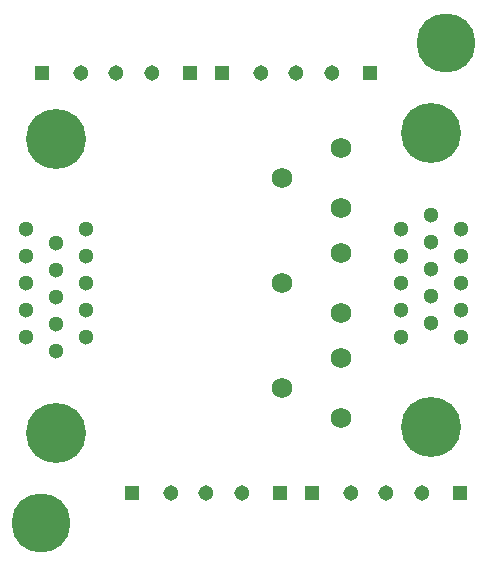
<source format=gbs>
G04 #@! TF.FileFunction,Soldermask,Bot*
%FSLAX46Y46*%
G04 Gerber Fmt 4.6, Leading zero omitted, Abs format (unit mm)*
G04 Created by KiCad (PCBNEW 4.0.5) date *
%MOMM*%
%LPD*%
G01*
G04 APERTURE LIST*
%ADD10C,0.100000*%
%ADD11C,5.000000*%
%ADD12C,1.750060*%
%ADD13C,5.080000*%
%ADD14C,1.300000*%
%ADD15C,1.305560*%
%ADD16R,1.305560X1.305560*%
G04 APERTURE END LIST*
D10*
D11*
X63500000Y-29210000D03*
X29210000Y-69850000D03*
D12*
X54569360Y-43139360D03*
X49570640Y-40640000D03*
X54569360Y-38140640D03*
X54569360Y-60919360D03*
X49570640Y-58420000D03*
X54569360Y-55920640D03*
X54569360Y-52029360D03*
X49570640Y-49530000D03*
X54569360Y-47030640D03*
D13*
X62230000Y-36830000D03*
D14*
X59715400Y-49517300D03*
X59715400Y-47231300D03*
X59715400Y-44940220D03*
X59715400Y-51810920D03*
X59715400Y-54099460D03*
X62230000Y-50665380D03*
X62230000Y-48376840D03*
X62230000Y-46085760D03*
X62230000Y-43794680D03*
D13*
X62230000Y-61722000D03*
D14*
X62230000Y-52956460D03*
X64747140Y-44940220D03*
X64747140Y-47231300D03*
X64744600Y-49519840D03*
X64747140Y-51810920D03*
X64747140Y-54099460D03*
D13*
X30480000Y-62230000D03*
D14*
X32994600Y-49542700D03*
X32994600Y-51828700D03*
X32994600Y-54119780D03*
X32994600Y-47249080D03*
X32994600Y-44960540D03*
X30480000Y-48394620D03*
X30480000Y-50683160D03*
X30480000Y-52974240D03*
X30480000Y-55265320D03*
D13*
X30480000Y-37338000D03*
D14*
X30480000Y-46103540D03*
X27962860Y-54119780D03*
X27962860Y-51828700D03*
X27965400Y-49540160D03*
X27962860Y-47249080D03*
X27962860Y-44960540D03*
D15*
X40180260Y-67310000D03*
X43180000Y-67310000D03*
X46179740Y-67310000D03*
D16*
X36931600Y-67310000D03*
X49428400Y-67310000D03*
D15*
X38559740Y-31750000D03*
X35560000Y-31750000D03*
X32560260Y-31750000D03*
D16*
X41808400Y-31750000D03*
X29311600Y-31750000D03*
D15*
X53799740Y-31750000D03*
X50800000Y-31750000D03*
X47800260Y-31750000D03*
D16*
X57048400Y-31750000D03*
X44551600Y-31750000D03*
D15*
X55420260Y-67310000D03*
X58420000Y-67310000D03*
X61419740Y-67310000D03*
D16*
X52171600Y-67310000D03*
X64668400Y-67310000D03*
M02*

</source>
